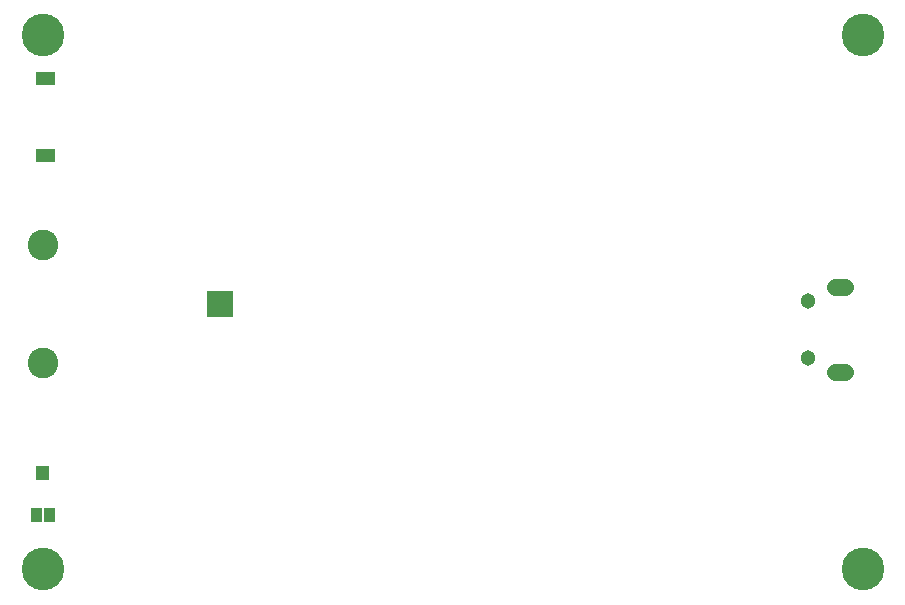
<source format=gbs>
G04 Layer: BottomSolderMaskLayer*
G04 EasyEDA v6.4.25, 2021-09-15T07:48:06+01:00*
G04 1eb5522c02d34d8f89c77509865788c0,48bc864c7916494db8d10f71d93e82f1,10*
G04 Gerber Generator version 0.2*
G04 Scale: 100 percent, Rotated: No, Reflected: No *
G04 Dimensions in millimeters *
G04 leading zeros omitted , absolute positions ,4 integer and 5 decimal *
%FSLAX45Y45*%
%MOMM*%

%ADD57C,1.4016*%
%ADD74C,1.3016*%
%ADD80C,3.6016*%
%ADD81C,2.6016*%

%LPD*%
D57*
X6954987Y-2379891D02*
G01*
X7044987Y-2379891D01*
X6954987Y-3099879D02*
G01*
X7044987Y-3099879D01*
G36*
X194919Y-4012323D02*
G01*
X194919Y-3892181D01*
X305155Y-3892181D01*
X305155Y-4012323D01*
G37*
G36*
X260959Y-4367923D02*
G01*
X260959Y-4247781D01*
X351129Y-4247781D01*
X351129Y-4367923D01*
G37*
G36*
X149199Y-4367923D02*
G01*
X149199Y-4247781D01*
X239369Y-4247781D01*
X239369Y-4367923D01*
G37*
G36*
X189839Y-1320177D02*
G01*
X189839Y-1209941D01*
X350113Y-1209941D01*
X350113Y-1320177D01*
G37*
G36*
X189839Y-670191D02*
G01*
X189839Y-559955D01*
X350113Y-559955D01*
X350113Y-670191D01*
G37*
D74*
G01*
X6729984Y-2982379D03*
G01*
X6729984Y-2497391D03*
D80*
G01*
X250012Y-4770005D03*
G01*
X250012Y-249999D03*
G01*
X7190003Y-249999D03*
G01*
X7190003Y-4770005D03*
D81*
G01*
X250012Y-3019996D03*
G01*
X250012Y-2019998D03*
G36*
X1639925Y-2630055D02*
G01*
X1639925Y-2409837D01*
X1860143Y-2409837D01*
X1860143Y-2630055D01*
G37*
M02*

</source>
